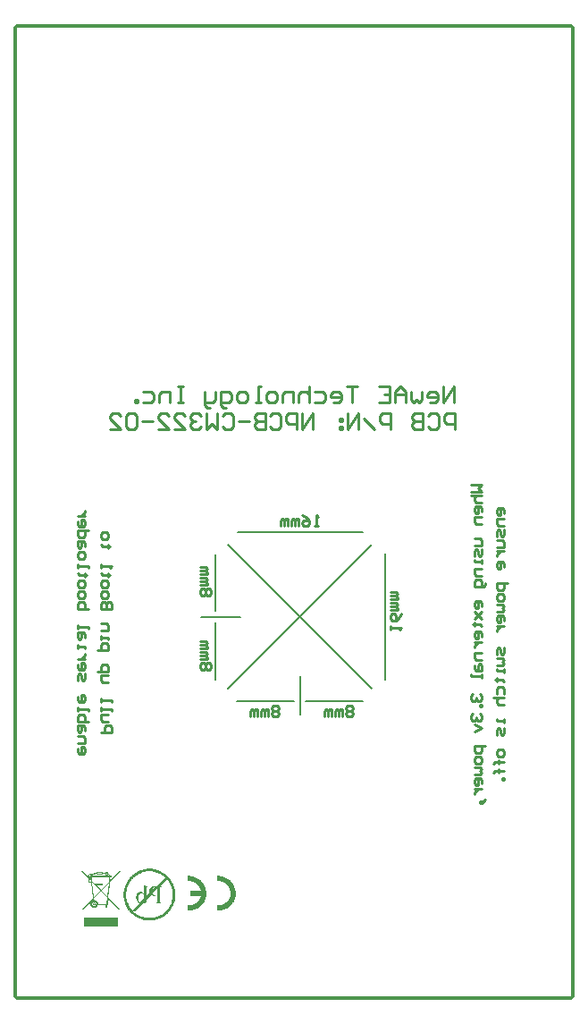
<source format=gbo>
G04*
G04 #@! TF.GenerationSoftware,Altium Limited,Altium Designer,18.1.7 (191)*
G04*
G04 Layer_Color=32896*
%FSLAX25Y25*%
%MOIN*%
G70*
G01*
G75*
%ADD10C,0.00787*%
%ADD16C,0.01000*%
%ADD21C,0.01200*%
G36*
X149706Y147620D02*
X150076Y147597D01*
X150435Y147563D01*
X150782Y147505D01*
X151129Y147447D01*
X151453Y147366D01*
X152101Y147192D01*
X152702Y146972D01*
X153269Y146729D01*
X153790Y146475D01*
X154033Y146348D01*
X154264Y146209D01*
X154484Y146081D01*
X154692Y145943D01*
X154889Y145815D01*
X155074Y145688D01*
X155248Y145561D01*
X155410Y145445D01*
X155549Y145329D01*
X155676Y145225D01*
X155791Y145133D01*
X155896Y145052D01*
X155988Y144971D01*
X156058Y144913D01*
X156115Y144855D01*
X156150Y144820D01*
X156173Y144797D01*
X156185Y144786D01*
X156439Y144520D01*
X156682Y144242D01*
X156902Y143964D01*
X157122Y143675D01*
X157307Y143386D01*
X157492Y143108D01*
X157666Y142807D01*
X157816Y142518D01*
X157955Y142229D01*
X158094Y141939D01*
X158314Y141373D01*
X158510Y140829D01*
X158649Y140308D01*
X158776Y139811D01*
X158823Y139579D01*
X158858Y139359D01*
X158892Y139163D01*
X158927Y138966D01*
X158950Y138781D01*
X158962Y138619D01*
X158973Y138469D01*
X158985Y138341D01*
X158996Y138225D01*
Y138121D01*
X159008Y138052D01*
Y137994D01*
Y137959D01*
Y137948D01*
X158996Y137578D01*
X158973Y137207D01*
X158939Y136849D01*
X158881Y136502D01*
X158823Y136154D01*
X158742Y135830D01*
X158568Y135183D01*
X158348Y134581D01*
X158117Y134014D01*
X157862Y133493D01*
X157724Y133250D01*
X157596Y133019D01*
X157469Y132799D01*
X157330Y132591D01*
X157203Y132394D01*
X157076Y132209D01*
X156960Y132036D01*
X156844Y131874D01*
X156729Y131735D01*
X156624Y131607D01*
X156532Y131492D01*
X156439Y131388D01*
X156370Y131295D01*
X156300Y131226D01*
X156254Y131168D01*
X156219Y131133D01*
X156196Y131110D01*
X156185Y131098D01*
X155919Y130844D01*
X155641Y130601D01*
X155363Y130369D01*
X155074Y130161D01*
X154785Y129964D01*
X154496Y129779D01*
X154206Y129617D01*
X153917Y129455D01*
X153628Y129317D01*
X153339Y129189D01*
X152772Y128958D01*
X152216Y128773D01*
X151696Y128622D01*
X151210Y128507D01*
X150978Y128449D01*
X150759Y128414D01*
X150550Y128379D01*
X150354Y128356D01*
X150168Y128322D01*
X150006Y128310D01*
X149856Y128298D01*
X149729Y128287D01*
X149613Y128275D01*
X149509D01*
X149440Y128264D01*
X149335D01*
X148965Y128275D01*
X148595Y128298D01*
X148236Y128333D01*
X147889Y128391D01*
X147554Y128449D01*
X147218Y128530D01*
X146582Y128703D01*
X145980Y128923D01*
X145413Y129166D01*
X144893Y129421D01*
X144650Y129548D01*
X144418Y129687D01*
X144198Y129814D01*
X143990Y129941D01*
X143793Y130080D01*
X143608Y130208D01*
X143435Y130323D01*
X143273Y130439D01*
X143134Y130555D01*
X143007Y130659D01*
X142891Y130751D01*
X142787Y130832D01*
X142694Y130913D01*
X142625Y130983D01*
X142567Y131029D01*
X142532Y131064D01*
X142509Y131087D01*
X142498Y131098D01*
X142243Y131365D01*
X142000Y131642D01*
X141769Y131920D01*
X141560Y132209D01*
X141364Y132498D01*
X141179Y132788D01*
X141005Y133077D01*
X140855Y133366D01*
X140704Y133655D01*
X140577Y133945D01*
X140346Y134511D01*
X140160Y135067D01*
X140010Y135588D01*
X139894Y136074D01*
X139836Y136305D01*
X139802Y136525D01*
X139767Y136733D01*
X139732Y136930D01*
X139709Y137115D01*
X139698Y137277D01*
X139686Y137427D01*
X139674Y137554D01*
X139663Y137670D01*
X139651Y137774D01*
Y137844D01*
Y137901D01*
Y137936D01*
Y137948D01*
X139663Y138318D01*
X139686Y138688D01*
X139721Y139047D01*
X139778Y139394D01*
X139836Y139730D01*
X139917Y140065D01*
X140091Y140701D01*
X140311Y141303D01*
X140554Y141870D01*
X140808Y142391D01*
X140936Y142634D01*
X141074Y142865D01*
X141202Y143085D01*
X141340Y143293D01*
X141468Y143490D01*
X141595Y143675D01*
X141722Y143849D01*
X141838Y144010D01*
X141954Y144149D01*
X142058Y144277D01*
X142150Y144392D01*
X142231Y144496D01*
X142312Y144589D01*
X142370Y144658D01*
X142428Y144716D01*
X142463Y144751D01*
X142486Y144774D01*
X142498Y144786D01*
X142764Y145040D01*
X143041Y145283D01*
X143319Y145515D01*
X143608Y145723D01*
X143897Y145920D01*
X144175Y146105D01*
X144476Y146278D01*
X144765Y146429D01*
X145054Y146579D01*
X145344Y146706D01*
X145911Y146938D01*
X146454Y147123D01*
X146975Y147273D01*
X147473Y147389D01*
X147704Y147447D01*
X147924Y147482D01*
X148120Y147516D01*
X148317Y147551D01*
X148502Y147574D01*
X148664Y147586D01*
X148815Y147597D01*
X148942Y147609D01*
X149058Y147620D01*
X149162Y147632D01*
X149335D01*
X149706Y147620D01*
D02*
G37*
G36*
X138508Y146769D02*
X134586Y142685D01*
X134470Y141586D01*
X134227Y138913D01*
X134030Y136993D01*
X138230Y132677D01*
X137941Y132399D01*
X133996Y136449D01*
X133764Y133961D01*
X133637D01*
Y133012D01*
X132758D01*
Y133961D01*
X130039D01*
X129935Y133776D01*
X129807Y133591D01*
X129611Y133383D01*
X129356Y133209D01*
X129067Y133116D01*
X128789Y133082D01*
X128500Y133093D01*
X128292Y133151D01*
X128049Y133255D01*
X127840Y133383D01*
X127678Y133545D01*
X127516Y133776D01*
X127401Y134030D01*
X127331Y134274D01*
X127308Y134470D01*
X127331Y134713D01*
X127366Y134898D01*
X127435Y135072D01*
X127540Y135268D01*
X127655Y135431D01*
X127817Y135581D01*
X127991Y135697D01*
X128153Y135778D01*
X128130Y135986D01*
X124670Y132399D01*
X124381Y132688D01*
X128095Y136530D01*
X127794Y139885D01*
X127586Y142315D01*
X126475D01*
Y143877D01*
X126764D01*
X123953Y146769D01*
X124242Y147047D01*
X126892Y144316D01*
Y144513D01*
X126834Y144559D01*
X126764Y144606D01*
X126695Y144675D01*
X126626Y144756D01*
X126591Y144860D01*
X126556Y144953D01*
X126544Y145068D01*
X126568Y145219D01*
X126602Y145300D01*
X126707Y145462D01*
X126822Y145566D01*
X126973Y145635D01*
X127135Y145658D01*
X127297Y145635D01*
X127435Y145577D01*
X127551Y145508D01*
X127609Y145439D01*
X127713Y145531D01*
X127887Y145647D01*
X128095Y145751D01*
X128396Y145867D01*
X128720Y145959D01*
X129044Y146029D01*
X129391Y146087D01*
X129668Y146121D01*
Y146468D01*
X131890D01*
Y146168D01*
X132063D01*
X132353Y146133D01*
X132653Y146098D01*
X132943Y146052D01*
Y146237D01*
X133903D01*
Y145786D01*
X134019Y145728D01*
X134169Y145658D01*
X134343Y145554D01*
X134482Y145462D01*
X134609Y145346D01*
X134701Y145265D01*
X134759Y145184D01*
X134806Y145091D01*
X134782Y144930D01*
X135338D01*
Y144224D01*
X134724D01*
X134632Y143310D01*
X138219Y147047D01*
X138508Y146769D01*
D02*
G37*
G36*
X137663Y129194D02*
Y129136D01*
Y129055D01*
Y128974D01*
Y128882D01*
Y128801D01*
Y128743D01*
Y128732D01*
Y128720D01*
Y128338D01*
Y128153D01*
Y127979D01*
Y127841D01*
Y127725D01*
Y127679D01*
Y127644D01*
Y127632D01*
Y127621D01*
Y127401D01*
Y127204D01*
Y127019D01*
Y126857D01*
Y126718D01*
Y126626D01*
Y126556D01*
Y126545D01*
Y126533D01*
Y126371D01*
Y126256D01*
Y126163D01*
Y126105D01*
Y126070D01*
Y126059D01*
Y126047D01*
X125017D01*
Y126070D01*
Y126128D01*
Y126198D01*
Y126290D01*
Y126383D01*
Y126452D01*
Y126510D01*
Y126533D01*
Y126915D01*
Y127100D01*
Y127262D01*
Y127412D01*
Y127517D01*
Y127563D01*
Y127598D01*
Y127609D01*
Y127621D01*
Y127841D01*
Y128049D01*
Y128234D01*
Y128396D01*
Y128535D01*
Y128639D01*
Y128697D01*
Y128720D01*
Y128813D01*
Y128882D01*
Y129009D01*
Y129102D01*
Y129160D01*
Y129194D01*
Y129206D01*
Y129217D01*
X137663D01*
Y129194D01*
D02*
G37*
G36*
X175549Y144925D02*
X176024Y144867D01*
X176475Y144774D01*
X176903Y144647D01*
X177308Y144508D01*
X177678Y144346D01*
X178037Y144173D01*
X178349Y143999D01*
X178639Y143825D01*
X178893Y143652D01*
X179113Y143490D01*
X179298Y143351D01*
X179437Y143224D01*
X179541Y143131D01*
X179610Y143073D01*
X179633Y143050D01*
X179969Y142692D01*
X180258Y142310D01*
X180513Y141928D01*
X180721Y141546D01*
X180906Y141153D01*
X181057Y140783D01*
X181184Y140412D01*
X181288Y140065D01*
X181358Y139741D01*
X181415Y139441D01*
X181462Y139174D01*
X181485Y138943D01*
X181496Y138839D01*
X181508Y138746D01*
Y138677D01*
X181519Y138607D01*
Y138561D01*
Y138526D01*
Y138503D01*
Y138492D01*
X181496Y138006D01*
X181439Y137531D01*
X181346Y137080D01*
X181219Y136652D01*
X181080Y136247D01*
X180918Y135877D01*
X180756Y135530D01*
X180571Y135206D01*
X180397Y134928D01*
X180235Y134674D01*
X180073Y134454D01*
X179923Y134269D01*
X179807Y134130D01*
X179715Y134014D01*
X179657Y133956D01*
X179633Y133933D01*
X179275Y133598D01*
X178893Y133308D01*
X178511Y133054D01*
X178118Y132846D01*
X177736Y132660D01*
X177354Y132510D01*
X176984Y132383D01*
X176637Y132279D01*
X176313Y132209D01*
X176012Y132151D01*
X175746Y132105D01*
X175515Y132082D01*
X175410Y132070D01*
X175318Y132059D01*
X175249D01*
X175179Y132047D01*
X174820D01*
X174716Y132059D01*
X174531D01*
X174473Y132070D01*
X174416D01*
Y134026D01*
X174635Y134003D01*
X174751Y133991D01*
X174844D01*
X174936Y133979D01*
X175063D01*
X175410Y133991D01*
X175734Y134037D01*
X176047Y134107D01*
X176348Y134188D01*
X176625Y134280D01*
X176892Y134396D01*
X177134Y134512D01*
X177354Y134639D01*
X177562Y134766D01*
X177736Y134882D01*
X177886Y134998D01*
X178014Y135090D01*
X178118Y135183D01*
X178199Y135241D01*
X178245Y135287D01*
X178257Y135298D01*
X178488Y135553D01*
X178696Y135819D01*
X178870Y136085D01*
X179020Y136363D01*
X179148Y136629D01*
X179252Y136895D01*
X179344Y137150D01*
X179414Y137393D01*
X179460Y137624D01*
X179506Y137832D01*
X179529Y138017D01*
X179552Y138179D01*
X179564Y138307D01*
X179576Y138411D01*
Y138469D01*
Y138492D01*
X179564Y138839D01*
X179518Y139163D01*
X179448Y139487D01*
X179367Y139788D01*
X179275Y140065D01*
X179159Y140331D01*
X179043Y140574D01*
X178916Y140794D01*
X178789Y140991D01*
X178673Y141164D01*
X178558Y141326D01*
X178465Y141454D01*
X178372Y141546D01*
X178315Y141627D01*
X178268Y141674D01*
X178257Y141685D01*
X178002Y141917D01*
X177736Y142125D01*
X177470Y142298D01*
X177192Y142460D01*
X176926Y142587D01*
X176660Y142692D01*
X176406Y142784D01*
X176163Y142854D01*
X175931Y142900D01*
X175723Y142946D01*
X175538Y142981D01*
X175376Y142992D01*
X175249Y143004D01*
X175144Y143016D01*
X175063D01*
X174820Y143004D01*
X174716D01*
X174612Y142992D01*
X174531Y142981D01*
X174473D01*
X174427Y142969D01*
X174416D01*
Y144913D01*
X174635Y144936D01*
X174739D01*
X174844Y144948D01*
X175063D01*
X175549Y144925D01*
D02*
G37*
G36*
X164581D02*
X165055Y144867D01*
X165507Y144774D01*
X165935Y144647D01*
X166340Y144508D01*
X166710Y144346D01*
X167057Y144173D01*
X167381Y143999D01*
X167659Y143825D01*
X167913Y143652D01*
X168133Y143490D01*
X168318Y143351D01*
X168457Y143224D01*
X168573Y143131D01*
X168631Y143073D01*
X168654Y143050D01*
X168989Y142692D01*
X169278Y142310D01*
X169533Y141928D01*
X169741Y141546D01*
X169926Y141153D01*
X170077Y140783D01*
X170204Y140412D01*
X170308Y140065D01*
X170378Y139741D01*
X170435Y139441D01*
X170482Y139174D01*
X170505Y138943D01*
X170516Y138839D01*
X170528Y138746D01*
Y138677D01*
X170539Y138607D01*
Y138561D01*
Y138526D01*
Y138503D01*
Y138492D01*
X170516Y138006D01*
X170458Y137531D01*
X170366Y137080D01*
X170239Y136652D01*
X170100Y136247D01*
X169938Y135877D01*
X169776Y135530D01*
X169591Y135206D01*
X169417Y134928D01*
X169255Y134674D01*
X169093Y134454D01*
X168943Y134269D01*
X168827Y134130D01*
X168735Y134014D01*
X168677Y133956D01*
X168654Y133933D01*
X168295Y133598D01*
X167913Y133308D01*
X167531Y133054D01*
X167149Y132846D01*
X166756Y132660D01*
X166386Y132510D01*
X166016Y132383D01*
X165669Y132279D01*
X165345Y132209D01*
X165044Y132151D01*
X164778Y132105D01*
X164546Y132082D01*
X164442Y132070D01*
X164350Y132059D01*
X164280D01*
X164211Y132047D01*
X163852D01*
X163748Y132059D01*
X163563D01*
X163505Y132070D01*
X163447D01*
X163459Y134026D01*
X163679Y134003D01*
X163783Y133991D01*
X163887D01*
X163968Y133979D01*
X164095D01*
X164384Y133991D01*
X164673Y134026D01*
X164951Y134072D01*
X165206Y134130D01*
X165460Y134211D01*
X165692Y134292D01*
X165911Y134384D01*
X166108Y134477D01*
X166293Y134570D01*
X166455Y134662D01*
X166594Y134743D01*
X166710Y134824D01*
X166802Y134882D01*
X166872Y134928D01*
X166918Y134963D01*
X166930Y134975D01*
X167149Y135171D01*
X167358Y135368D01*
X167531Y135576D01*
X167693Y135796D01*
X167844Y136004D01*
X167971Y136224D01*
X168087Y136432D01*
X168179Y136629D01*
X168260Y136814D01*
X168330Y136988D01*
X168387Y137138D01*
X168434Y137277D01*
X168468Y137381D01*
X168492Y137462D01*
X168503Y137508D01*
Y137531D01*
X164731D01*
Y139464D01*
X168503D01*
X168434Y139753D01*
X168341Y140019D01*
X168237Y140285D01*
X168121Y140528D01*
X167994Y140748D01*
X167867Y140956D01*
X167728Y141153D01*
X167601Y141326D01*
X167473Y141488D01*
X167346Y141627D01*
X167242Y141743D01*
X167138Y141835D01*
X167057Y141917D01*
X166999Y141974D01*
X166953Y142009D01*
X166941Y142021D01*
X166698Y142194D01*
X166455Y142345D01*
X166212Y142483D01*
X165969Y142599D01*
X165726Y142692D01*
X165495Y142773D01*
X165264Y142842D01*
X165044Y142888D01*
X164847Y142935D01*
X164662Y142958D01*
X164500Y142981D01*
X164361Y143004D01*
X164245D01*
X164164Y143016D01*
X164095D01*
X163852Y143004D01*
X163748D01*
X163644Y142992D01*
X163563Y142981D01*
X163505D01*
X163459Y142969D01*
X163447D01*
Y144913D01*
X163586Y144925D01*
X163702Y144936D01*
X163817D01*
X163910Y144948D01*
X164095D01*
X164581Y144925D01*
D02*
G37*
%LPC*%
G36*
X155132Y144450D02*
X155126Y144444D01*
X155248Y144334D01*
X155491Y144103D01*
X155132Y144450D01*
D02*
G37*
G36*
X155491Y144103D02*
X155503Y144091D01*
X155502Y144091D01*
X155491Y144103D01*
D02*
G37*
G36*
X155503Y144091D02*
X155514Y144068D01*
X155549Y144034D01*
X155595Y143987D01*
X155653Y143918D01*
X155722Y143849D01*
X155803Y143756D01*
X155815Y143767D01*
X155503Y144091D01*
D02*
G37*
G36*
X149497Y146660D02*
X149335D01*
X149000Y146648D01*
X148676Y146637D01*
X148352Y146602D01*
X148039Y146556D01*
X147426Y146429D01*
X146848Y146267D01*
X146304Y146070D01*
X145807Y145850D01*
X145332Y145619D01*
X144904Y145387D01*
X144522Y145144D01*
X144337Y145029D01*
X144175Y144913D01*
X144025Y144797D01*
X143886Y144693D01*
X143747Y144600D01*
X143631Y144508D01*
X143527Y144415D01*
X143435Y144334D01*
X143365Y144277D01*
X143296Y144219D01*
X143249Y144161D01*
X143215Y144138D01*
X143192Y144115D01*
X143180Y144103D01*
X142949Y143860D01*
X142729Y143617D01*
X142521Y143363D01*
X142335Y143108D01*
X142162Y142853D01*
X142000Y142587D01*
X141838Y142333D01*
X141699Y142067D01*
X141456Y141546D01*
X141248Y141037D01*
X141074Y140540D01*
X140947Y140077D01*
X140831Y139626D01*
X140762Y139220D01*
X140727Y139035D01*
X140704Y138862D01*
X140681Y138700D01*
X140658Y138549D01*
X140646Y138422D01*
X140635Y138295D01*
Y138191D01*
X140623Y138110D01*
Y138040D01*
Y137994D01*
Y137959D01*
Y137948D01*
X140635Y137612D01*
X140646Y137288D01*
X140681Y136964D01*
X140727Y136652D01*
X140855Y136039D01*
X141016Y135460D01*
X141213Y134916D01*
X141433Y134407D01*
X141665Y133945D01*
X141896Y133517D01*
X142139Y133123D01*
X142254Y132950D01*
X142370Y132776D01*
X142486Y132626D01*
X142590Y132487D01*
X142683Y132360D01*
X142775Y132232D01*
X142841Y132159D01*
X145517Y134836D01*
X145378Y134928D01*
X145251Y135021D01*
X145205Y135067D01*
X145170Y135102D01*
X145147Y135113D01*
X145135Y135125D01*
X144997Y135264D01*
X144881Y135402D01*
X144777Y135553D01*
X144696Y135715D01*
X144615Y135865D01*
X144557Y136016D01*
X144464Y136316D01*
X144430Y136455D01*
X144406Y136571D01*
X144395Y136687D01*
X144383Y136791D01*
X144372Y136860D01*
Y136930D01*
Y136964D01*
Y136976D01*
Y137161D01*
X144395Y137335D01*
X144453Y137635D01*
X144534Y137913D01*
X144569Y138029D01*
X144615Y138133D01*
X144661Y138225D01*
X144707Y138306D01*
X144754Y138376D01*
X144788Y138434D01*
X144823Y138480D01*
X144846Y138515D01*
X144858Y138526D01*
X144869Y138538D01*
X144962Y138642D01*
X145066Y138735D01*
X145159Y138804D01*
X145263Y138873D01*
X145459Y138978D01*
X145633Y139047D01*
X145795Y139082D01*
X145911Y139105D01*
X145957Y139116D01*
X146026D01*
X146165Y139105D01*
X146292Y139082D01*
X146420Y139035D01*
X146547Y138978D01*
X146778Y138839D01*
X146987Y138677D01*
X147149Y138515D01*
X147218Y138445D01*
X147276Y138376D01*
X147322Y138318D01*
X147357Y138272D01*
X147380Y138249D01*
X147392Y138237D01*
Y141373D01*
X147600D01*
X148896Y140840D01*
X148826Y140678D01*
X148699Y140725D01*
X148595Y140736D01*
X148526Y140748D01*
X148502D01*
X148421Y140736D01*
X148363Y140725D01*
X148317Y140701D01*
X148306Y140690D01*
X148259Y140621D01*
X148225Y140551D01*
X148213Y140482D01*
X148202Y140470D01*
Y140459D01*
X148190Y140424D01*
Y140366D01*
X148178Y140250D01*
Y140100D01*
X148167Y139938D01*
Y139799D01*
Y139672D01*
Y139626D01*
Y139591D01*
Y139568D01*
Y139556D01*
Y137485D01*
X149312Y138642D01*
X149254Y138862D01*
X149231Y138978D01*
X149220Y139070D01*
X149208Y139163D01*
Y139232D01*
Y139278D01*
Y139290D01*
X149220Y139498D01*
X149266Y139683D01*
X149312Y139857D01*
X149382Y139996D01*
X149440Y140123D01*
X149497Y140204D01*
X149544Y140262D01*
X149555Y140285D01*
X149694Y140435D01*
X149833Y140563D01*
X149972Y140667D01*
X150099Y140748D01*
X150215Y140806D01*
X150307Y140852D01*
X150365Y140875D01*
X150388Y140887D01*
X150596Y140944D01*
X150816Y140991D01*
X151036Y141014D01*
X151256Y141037D01*
X151453Y141049D01*
X151534Y141060D01*
X151742D01*
X155126Y144444D01*
X155005Y144554D01*
X154750Y144763D01*
X154496Y144948D01*
X154229Y145121D01*
X153975Y145283D01*
X153709Y145445D01*
X153454Y145584D01*
X152934Y145827D01*
X152425Y146035D01*
X151927Y146209D01*
X151453Y146336D01*
X151013Y146452D01*
X150608Y146521D01*
X150423Y146556D01*
X150249Y146579D01*
X150087Y146602D01*
X149937Y146625D01*
X149798Y146637D01*
X149682Y146648D01*
X149578D01*
X149497Y146660D01*
D02*
G37*
G36*
X151325Y140644D02*
X151187Y140597D01*
X151059Y140551D01*
X151013Y140528D01*
X150978Y140516D01*
X150955Y140493D01*
X150944D01*
X150839Y140424D01*
X150735Y140343D01*
X150654Y140250D01*
X150585Y140169D01*
X150527Y140088D01*
X150492Y140019D01*
X150469Y139973D01*
X150458Y139961D01*
X150400Y139834D01*
X150365Y139753D01*
X150354Y139695D01*
X150342Y139672D01*
X151325Y140644D01*
D02*
G37*
G36*
X152274Y140216D02*
X150481Y138434D01*
X150539Y138341D01*
X150596Y138272D01*
X150631Y138225D01*
X150643Y138214D01*
X150782Y138087D01*
X150932Y137982D01*
X151071Y137913D01*
X151198Y137867D01*
X151314Y137844D01*
X151406Y137832D01*
X151464Y137820D01*
X151487D01*
X151592Y137832D01*
X151707Y137844D01*
X151753D01*
X151788Y137855D01*
X151823D01*
X151973Y137867D01*
X152124Y137890D01*
X152182Y137901D01*
X152228Y137913D01*
X152263Y137925D01*
X152274D01*
Y140216D01*
D02*
G37*
G36*
X146489Y138434D02*
X146397D01*
X146223Y138411D01*
X146073Y138364D01*
X145934Y138295D01*
X145807Y138214D01*
X145702Y138133D01*
X145633Y138064D01*
X145575Y138017D01*
X145563Y137994D01*
X145436Y137809D01*
X145344Y137601D01*
X145274Y137392D01*
X145228Y137184D01*
X145205Y136999D01*
X145193Y136918D01*
X145182Y136849D01*
Y136791D01*
Y136744D01*
Y136721D01*
Y136710D01*
X145193Y136397D01*
X145240Y136120D01*
X145297Y135877D01*
X145367Y135692D01*
X145448Y135541D01*
X145506Y135437D01*
X145552Y135368D01*
X145563Y135345D01*
X145633Y135240D01*
X145702Y135171D01*
X145760Y135113D01*
X145772Y135102D01*
X145783D01*
X147392Y136698D01*
Y137936D01*
X147276Y138040D01*
X147183Y138121D01*
X147091Y138179D01*
X147021Y138237D01*
X146964Y138272D01*
X146929Y138295D01*
X146906Y138318D01*
X146894D01*
X146709Y138388D01*
X146628Y138411D01*
X146547Y138422D01*
X146489Y138434D01*
D02*
G37*
G36*
X155803Y143756D02*
X153107Y141060D01*
X154091D01*
Y140887D01*
X153848D01*
X153720Y140875D01*
X153616Y140852D01*
X153512Y140817D01*
X153443Y140782D01*
X153385Y140748D01*
X153339Y140713D01*
X153315Y140690D01*
X153304Y140678D01*
X153258Y140609D01*
X153234Y140505D01*
X153211Y140377D01*
X153188Y140250D01*
Y140123D01*
X153177Y140030D01*
Y139949D01*
Y139938D01*
Y139926D01*
Y135796D01*
Y135611D01*
X153188Y135449D01*
X153200Y135333D01*
X153223Y135240D01*
X153234Y135171D01*
X153258Y135125D01*
X153269Y135102D01*
Y135090D01*
X153350Y135009D01*
X153443Y134940D01*
X153535Y134893D01*
X153628Y134870D01*
X153709Y134847D01*
X153778Y134836D01*
X154091D01*
Y134650D01*
X151348D01*
Y134836D01*
X151592D01*
X151719Y134847D01*
X151823Y134870D01*
X151916Y134893D01*
X151997Y134940D01*
X152054Y134974D01*
X152101Y134997D01*
X152124Y135021D01*
X152135Y135032D01*
X152182Y135113D01*
X152216Y135217D01*
X152239Y135345D01*
X152251Y135472D01*
X152263Y135599D01*
X152274Y135703D01*
Y135773D01*
Y135784D01*
Y135796D01*
Y137647D01*
X152147Y137624D01*
X152031Y137601D01*
X151939Y137589D01*
X151858Y137578D01*
X151788Y137566D01*
X151742Y137554D01*
X151696D01*
X151499Y137531D01*
X151406D01*
X151337Y137520D01*
X151187D01*
X150909Y137531D01*
X150654Y137578D01*
X150435Y137635D01*
X150249Y137693D01*
X150110Y137763D01*
X150006Y137809D01*
X149937Y137855D01*
X149914Y137867D01*
X148167Y136120D01*
Y135067D01*
X148016Y134974D01*
X147866Y134893D01*
X147739Y134824D01*
X147611Y134766D01*
X147519Y134720D01*
X147438Y134685D01*
X147380Y134674D01*
X147369Y134662D01*
X147230Y134616D01*
X147102Y134581D01*
X146964Y134558D01*
X146848Y134546D01*
X146755Y134535D01*
X146674Y134523D01*
X146570D01*
X143516Y131469D01*
X143169Y131793D01*
X143142Y131821D01*
X143145Y131816D01*
X143169Y131793D01*
X143180Y131781D01*
X143423Y131550D01*
X143666Y131330D01*
X143921Y131133D01*
X144175Y130936D01*
X144430Y130763D01*
X144696Y130601D01*
X144950Y130450D01*
X145216Y130312D01*
X145737Y130069D01*
X146246Y129860D01*
X146744Y129687D01*
X147206Y129560D01*
X147658Y129444D01*
X148063Y129374D01*
X148248Y129340D01*
X148421Y129317D01*
X148583Y129293D01*
X148734Y129270D01*
X148861Y129259D01*
X148988Y129247D01*
X149092D01*
X149173Y129236D01*
X149335D01*
X149671Y129247D01*
X149995Y129270D01*
X150319Y129293D01*
X150631Y129340D01*
X151244Y129467D01*
X151811Y129629D01*
X152355Y129826D01*
X152864Y130045D01*
X153339Y130277D01*
X153767Y130508D01*
X154148Y130751D01*
X154322Y130867D01*
X154496Y130971D01*
X154646Y131087D01*
X154785Y131191D01*
X154912Y131295D01*
X155039Y131388D01*
X155143Y131469D01*
X155236Y131550D01*
X155306Y131619D01*
X155375Y131677D01*
X155421Y131723D01*
X155456Y131758D01*
X155479Y131769D01*
X155491Y131781D01*
X155722Y132024D01*
X155942Y132267D01*
X156139Y132521D01*
X156335Y132776D01*
X156509Y133042D01*
X156671Y133297D01*
X156833Y133563D01*
X156972Y133829D01*
X157214Y134350D01*
X157423Y134859D01*
X157596Y135356D01*
X157724Y135819D01*
X157828Y136270D01*
X157909Y136675D01*
X157943Y136860D01*
X157967Y137034D01*
X157990Y137196D01*
X158013Y137346D01*
X158024Y137473D01*
X158036Y137601D01*
Y137705D01*
X158048Y137786D01*
Y137855D01*
Y137901D01*
Y137936D01*
Y137948D01*
X158036Y138283D01*
X158013Y138607D01*
X157990Y138931D01*
X157932Y139244D01*
X157816Y139857D01*
X157643Y140435D01*
X157457Y140979D01*
X157238Y141477D01*
X157006Y141951D01*
X156763Y142379D01*
X156532Y142761D01*
X156416Y142946D01*
X156300Y143108D01*
X156185Y143258D01*
X156081Y143397D01*
X155988Y143536D01*
X155884Y143652D01*
X155803Y143756D01*
D02*
G37*
G36*
X142841Y132159D02*
X142833Y132151D01*
X143010Y131962D01*
X143064Y131897D01*
X143091Y131875D01*
X143142Y131821D01*
X143122Y131850D01*
X143091Y131875D01*
X143010Y131962D01*
X143007Y131966D01*
X142949Y132036D01*
X142868Y132128D01*
X142841Y132159D01*
D02*
G37*
G36*
X131473Y146075D02*
X130062D01*
Y145844D01*
X131473D01*
Y146075D01*
D02*
G37*
G36*
X131890Y145751D02*
Y145439D01*
X129668D01*
Y145705D01*
X129206Y145635D01*
X128789Y145531D01*
X128442Y145439D01*
X128164Y145311D01*
X127945Y145184D01*
X127782Y145034D01*
Y144930D01*
X132943D01*
Y145612D01*
X132630Y145670D01*
X132283Y145716D01*
X131890Y145751D01*
D02*
G37*
G36*
X133510Y145844D02*
X133348D01*
Y145311D01*
X133498D01*
X133510Y145844D01*
D02*
G37*
G36*
X133903Y145323D02*
Y144930D01*
X134377D01*
X134389Y144999D01*
X134273Y145115D01*
X134123Y145219D01*
X133903Y145323D01*
D02*
G37*
G36*
X127192Y145253D02*
X127158D01*
X127088Y145242D01*
X127042Y145219D01*
X126996Y145196D01*
X126973Y145161D01*
X126950Y145091D01*
Y145068D01*
Y145057D01*
X126961Y144987D01*
X126984Y144941D01*
X127019Y144906D01*
X127054Y144883D01*
X127123Y144860D01*
X127158D01*
X127227Y144872D01*
X127273Y144895D01*
X127308Y144918D01*
X127331Y144964D01*
X127354Y145022D01*
Y145045D01*
Y145057D01*
X127343Y145126D01*
X127320Y145173D01*
X127297Y145207D01*
X127250Y145230D01*
X127192Y145253D01*
D02*
G37*
G36*
X127655Y143483D02*
X126880D01*
Y142720D01*
X127655D01*
Y143483D01*
D02*
G37*
G36*
X131531Y141736D02*
X129449D01*
Y141609D01*
X131531D01*
Y141736D01*
D02*
G37*
G36*
X134319Y144224D02*
X127840D01*
X127875Y143877D01*
X128049D01*
Y143136D01*
X129021Y142141D01*
X131936D01*
Y141216D01*
X129923D01*
X131265Y139827D01*
X134192Y142870D01*
X134319Y144224D01*
D02*
G37*
G36*
X134134Y142222D02*
X131543Y139538D01*
X133672Y137351D01*
X134134Y142222D01*
D02*
G37*
G36*
X128049Y142558D02*
Y142315D01*
X128002D01*
X128465Y136923D01*
X130987Y139538D01*
X129356Y141216D01*
X129021D01*
Y141551D01*
X128049Y142558D01*
D02*
G37*
G36*
X131265Y139249D02*
X128511Y136391D01*
X128558Y135893D01*
X128743Y135905D01*
X128951Y135893D01*
X129206Y135824D01*
X129449Y135697D01*
X129634Y135569D01*
X129807Y135396D01*
X129958Y135176D01*
X130085Y134898D01*
X130143Y134586D01*
X130131Y134378D01*
X133394D01*
X133625Y136819D01*
X131265Y139249D01*
D02*
G37*
G36*
X128801Y135199D02*
X128731D01*
X128604Y135188D01*
X128500Y135164D01*
X128407Y135130D01*
X128326Y135095D01*
X128257Y135037D01*
X128211Y134979D01*
X128118Y134852D01*
X128072Y134713D01*
X128049Y134609D01*
X128037Y134563D01*
Y134528D01*
Y134505D01*
Y134493D01*
X128049Y134366D01*
X128072Y134262D01*
X128106Y134169D01*
X128141Y134088D01*
X128199Y134030D01*
X128257Y133973D01*
X128384Y133892D01*
X128511Y133834D01*
X128627Y133811D01*
X128662Y133799D01*
X128731D01*
X128858Y133811D01*
X128963Y133834D01*
X129055Y133869D01*
X129136Y133903D01*
X129206Y133961D01*
X129263Y134019D01*
X129344Y134146D01*
X129402Y134274D01*
X129425Y134389D01*
X129437Y134424D01*
Y134459D01*
Y134482D01*
Y134493D01*
X129425Y134621D01*
X129402Y134725D01*
X129368Y134817D01*
X129321Y134898D01*
X129275Y134968D01*
X129217Y135026D01*
X129078Y135107D01*
X128951Y135164D01*
X128835Y135188D01*
X128801Y135199D01*
D02*
G37*
G36*
X133244Y133973D02*
X133151D01*
Y133406D01*
X133244D01*
Y133973D01*
D02*
G37*
%LPD*%
G36*
X128893Y134945D02*
X129009Y134898D01*
X129090Y134817D01*
X129148Y134736D01*
X129183Y134644D01*
X129194Y134563D01*
X129206Y134517D01*
Y134493D01*
X129183Y134343D01*
X129136Y134227D01*
X129055Y134146D01*
X128963Y134088D01*
X128882Y134054D01*
X128801Y134042D01*
X128754Y134030D01*
X128731D01*
X128581Y134054D01*
X128465Y134100D01*
X128384Y134181D01*
X128326Y134262D01*
X128292Y134343D01*
X128280Y134424D01*
X128268Y134470D01*
Y134493D01*
X128292Y134655D01*
X128338Y134771D01*
X128419Y134852D01*
X128500Y134910D01*
X128581Y134945D01*
X128662Y134956D01*
X128708Y134968D01*
X128731D01*
X128893Y134945D01*
D02*
G37*
%LPC*%
G36*
X128743Y134563D02*
X128731D01*
X128685Y134551D01*
X128673Y134528D01*
X128662Y134505D01*
Y134493D01*
X128673Y134459D01*
X128697Y134435D01*
X128720Y134424D01*
X128731D01*
X128766Y134435D01*
X128789Y134459D01*
X128801Y134482D01*
Y134493D01*
X128789Y134540D01*
X128766Y134551D01*
X128743Y134563D01*
D02*
G37*
%LPD*%
D10*
X237100Y218200D02*
Y264900D01*
X207500Y210000D02*
X228900D01*
X182000D02*
X203400D01*
X173800Y218200D02*
Y239500D01*
X182200Y273200D02*
X228800D01*
X173800Y243600D02*
Y264800D01*
X178504Y214696D02*
X232346Y268454D01*
X178604Y268404D02*
X232396Y214696D01*
X205500Y204900D02*
Y219500D01*
X168700Y241500D02*
X183300D01*
D16*
X269137Y290734D02*
X273136D01*
X271803Y289401D01*
X273136Y288068D01*
X269137D01*
Y286736D02*
X273136D01*
X271136D01*
X270470Y286069D01*
Y284736D01*
X271136Y284070D01*
X273136D01*
Y280737D02*
Y282070D01*
X272469Y282737D01*
X271136D01*
X270470Y282070D01*
Y280737D01*
X271136Y280071D01*
X271803D01*
Y282737D01*
X273136Y278738D02*
X270470D01*
Y276739D01*
X271136Y276072D01*
X273136D01*
X270470Y270741D02*
X272469D01*
X273136Y270074D01*
Y268075D01*
X270470D01*
X273136Y266742D02*
Y264743D01*
X272469Y264076D01*
X271803Y264743D01*
Y266075D01*
X271136Y266742D01*
X270470Y266075D01*
Y264076D01*
X273136Y262743D02*
Y261410D01*
Y262077D01*
X270470D01*
Y262743D01*
X273136Y259411D02*
X270470D01*
Y257412D01*
X271136Y256745D01*
X273136D01*
X274469Y254079D02*
Y253413D01*
X273802Y252747D01*
X270470D01*
Y254746D01*
X271136Y255412D01*
X272469D01*
X273136Y254746D01*
Y252747D01*
Y245415D02*
Y246748D01*
X272469Y247415D01*
X271136D01*
X270470Y246748D01*
Y245415D01*
X271136Y244749D01*
X271803D01*
Y247415D01*
X270470Y243416D02*
X273136Y240750D01*
X271803Y242083D01*
X270470Y240750D01*
X273136Y243416D01*
X269804Y238751D02*
X270470D01*
Y239417D01*
Y238085D01*
Y238751D01*
X272469D01*
X273136Y238085D01*
Y234086D02*
Y235419D01*
X272469Y236085D01*
X271136D01*
X270470Y235419D01*
Y234086D01*
X271136Y233419D01*
X271803D01*
Y236085D01*
X270470Y232086D02*
X273136D01*
X271803D01*
X271136Y231420D01*
X270470Y230753D01*
Y230087D01*
X273136Y228088D02*
X270470D01*
Y226088D01*
X271136Y225422D01*
X273136D01*
X270470Y223423D02*
Y222090D01*
X271136Y221423D01*
X273136D01*
Y223423D01*
X272469Y224089D01*
X271803Y223423D01*
Y221423D01*
X273136Y220090D02*
Y218757D01*
Y219424D01*
X269137D01*
Y220090D01*
X269804Y212759D02*
X269137Y212093D01*
Y210760D01*
X269804Y210094D01*
X270470D01*
X271136Y210760D01*
Y211426D01*
Y210760D01*
X271803Y210094D01*
X272469D01*
X273136Y210760D01*
Y212093D01*
X272469Y212759D01*
X273136Y208761D02*
X272469D01*
Y208094D01*
X273136D01*
Y208761D01*
X269804Y205428D02*
X269137Y204762D01*
Y203429D01*
X269804Y202763D01*
X270470D01*
X271136Y203429D01*
Y204096D01*
Y203429D01*
X271803Y202763D01*
X272469D01*
X273136Y203429D01*
Y204762D01*
X272469Y205428D01*
X270470Y201430D02*
X273136Y200097D01*
X270470Y198764D01*
X274469Y193432D02*
X270470D01*
Y191433D01*
X271136Y190767D01*
X272469D01*
X273136Y191433D01*
Y193432D01*
Y188767D02*
Y187434D01*
X272469Y186768D01*
X271136D01*
X270470Y187434D01*
Y188767D01*
X271136Y189434D01*
X272469D01*
X273136Y188767D01*
X270470Y185435D02*
X272469D01*
X273136Y184768D01*
X272469Y184102D01*
X273136Y183435D01*
X272469Y182769D01*
X270470D01*
X273136Y179437D02*
Y180770D01*
X272469Y181436D01*
X271136D01*
X270470Y180770D01*
Y179437D01*
X271136Y178770D01*
X271803D01*
Y181436D01*
X270470Y177437D02*
X273136D01*
X271803D01*
X271136Y176771D01*
X270470Y176104D01*
Y175438D01*
X273802Y172772D02*
X273136Y172106D01*
X272469D01*
Y172772D01*
X273136D01*
Y172106D01*
X273802Y172772D01*
X274469Y173439D01*
X281667Y280071D02*
Y281404D01*
X281001Y282070D01*
X279668D01*
X279001Y281404D01*
Y280071D01*
X279668Y279404D01*
X280334D01*
Y282070D01*
X281667Y278072D02*
X279001D01*
Y276072D01*
X279668Y275406D01*
X281667D01*
Y274073D02*
Y272074D01*
X281001Y271407D01*
X280334Y272074D01*
Y273407D01*
X279668Y274073D01*
X279001Y273407D01*
Y271407D01*
Y270074D02*
X281001D01*
X281667Y269408D01*
Y267408D01*
X279001D01*
Y266075D02*
X281667D01*
X280334D01*
X279668Y265409D01*
X279001Y264743D01*
Y264076D01*
X281667Y260077D02*
Y261410D01*
X281001Y262077D01*
X279668D01*
X279001Y261410D01*
Y260077D01*
X279668Y259411D01*
X280334D01*
Y262077D01*
X283000Y254079D02*
X279001D01*
Y252080D01*
X279668Y251414D01*
X281001D01*
X281667Y252080D01*
Y254079D01*
Y249414D02*
Y248081D01*
X281001Y247415D01*
X279668D01*
X279001Y248081D01*
Y249414D01*
X279668Y250081D01*
X281001D01*
X281667Y249414D01*
X279001Y246082D02*
X281001D01*
X281667Y245415D01*
X281001Y244749D01*
X281667Y244083D01*
X281001Y243416D01*
X279001D01*
X281667Y240084D02*
Y241417D01*
X281001Y242083D01*
X279668D01*
X279001Y241417D01*
Y240084D01*
X279668Y239417D01*
X280334D01*
Y242083D01*
X279001Y238085D02*
X281667D01*
X280334D01*
X279668Y237418D01*
X279001Y236752D01*
Y236085D01*
X281667Y230087D02*
Y228088D01*
X281001Y227421D01*
X280334Y228088D01*
Y229421D01*
X279668Y230087D01*
X279001Y229421D01*
Y227421D01*
Y226088D02*
X281001D01*
X281667Y225422D01*
X281001Y224756D01*
X281667Y224089D01*
X281001Y223423D01*
X279001D01*
X281667Y222090D02*
Y220757D01*
Y221423D01*
X279001D01*
Y222090D01*
X278335Y218091D02*
X279001D01*
Y218757D01*
Y217425D01*
Y218091D01*
X281001D01*
X281667Y217425D01*
X279001Y212759D02*
Y214759D01*
X279668Y215425D01*
X281001D01*
X281667Y214759D01*
Y212759D01*
X277668Y211426D02*
X281667D01*
X279668D01*
X279001Y210760D01*
Y209427D01*
X279668Y208761D01*
X281667D01*
Y203429D02*
Y202096D01*
Y202763D01*
X279001D01*
Y203429D01*
X281667Y200097D02*
Y198097D01*
X281001Y197431D01*
X280334Y198097D01*
Y199430D01*
X279668Y200097D01*
X279001Y199430D01*
Y197431D01*
X281667Y191433D02*
Y190100D01*
X281001Y189434D01*
X279668D01*
X279001Y190100D01*
Y191433D01*
X279668Y192099D01*
X281001D01*
X281667Y191433D01*
Y187434D02*
X278335D01*
X279668D01*
Y188101D01*
Y186768D01*
Y187434D01*
X278335D01*
X277668Y186768D01*
X281667Y184102D02*
X278335D01*
X279668D01*
Y184768D01*
Y183435D01*
Y184102D01*
X278335D01*
X277668Y183435D01*
X281667Y181436D02*
X281001D01*
Y180770D01*
X281667D01*
Y181436D01*
X131131Y198397D02*
X135130D01*
Y200397D01*
X134464Y201063D01*
X133131D01*
X132464Y200397D01*
Y198397D01*
X133797Y202396D02*
X131798D01*
X131131Y203063D01*
Y205062D01*
X133797D01*
X131131Y206395D02*
Y207728D01*
Y207061D01*
X135130D01*
Y206395D01*
X131131Y209727D02*
Y211060D01*
Y210394D01*
X135130D01*
Y209727D01*
X133797Y217058D02*
X131798D01*
X131131Y217724D01*
Y219724D01*
X133797D01*
X129798Y221057D02*
X133797D01*
Y223056D01*
X133131Y223723D01*
X131798D01*
X131131Y223056D01*
Y221057D01*
X129798Y229054D02*
X133797D01*
Y231053D01*
X133131Y231720D01*
X131798D01*
X131131Y231053D01*
Y229054D01*
Y233053D02*
Y234386D01*
Y233719D01*
X133797D01*
Y233053D01*
X131131Y236385D02*
X133797D01*
Y238385D01*
X133131Y239051D01*
X131131D01*
X135130Y244383D02*
X131131D01*
Y246382D01*
X131798Y247048D01*
X132464D01*
X133131Y246382D01*
Y244383D01*
Y246382D01*
X133797Y247048D01*
X134464D01*
X135130Y246382D01*
Y244383D01*
X131131Y249048D02*
Y250381D01*
X131798Y251047D01*
X133131D01*
X133797Y250381D01*
Y249048D01*
X133131Y248381D01*
X131798D01*
X131131Y249048D01*
Y253046D02*
Y254379D01*
X131798Y255046D01*
X133131D01*
X133797Y254379D01*
Y253046D01*
X133131Y252380D01*
X131798D01*
X131131Y253046D01*
X134464Y257045D02*
X133797D01*
Y256379D01*
Y257712D01*
Y257045D01*
X131798D01*
X131131Y257712D01*
Y259711D02*
Y261044D01*
Y260377D01*
X135130D01*
X134464Y259711D01*
Y267708D02*
X133797D01*
Y267042D01*
Y268375D01*
Y267708D01*
X131798D01*
X131131Y268375D01*
Y271041D02*
Y272374D01*
X131798Y273040D01*
X133131D01*
X133797Y272374D01*
Y271041D01*
X133131Y270374D01*
X131798D01*
X131131Y271041D01*
X122600Y192399D02*
Y191067D01*
X123266Y190400D01*
X124599D01*
X125266Y191067D01*
Y192399D01*
X124599Y193066D01*
X123933D01*
Y190400D01*
X122600Y194399D02*
X125266D01*
Y196398D01*
X124599Y197064D01*
X122600D01*
X125266Y199064D02*
Y200397D01*
X124599Y201063D01*
X122600D01*
Y199064D01*
X123266Y198397D01*
X123933Y199064D01*
Y201063D01*
X126599Y202396D02*
X122600D01*
Y204396D01*
X123266Y205062D01*
X123933D01*
X124599D01*
X125266Y204396D01*
Y202396D01*
X122600Y206395D02*
Y207728D01*
Y207061D01*
X126599D01*
Y206395D01*
X122600Y211726D02*
Y210394D01*
X123266Y209727D01*
X124599D01*
X125266Y210394D01*
Y211726D01*
X124599Y212393D01*
X123933D01*
Y209727D01*
X122600Y217724D02*
Y219724D01*
X123266Y220390D01*
X123933Y219724D01*
Y218391D01*
X124599Y217724D01*
X125266Y218391D01*
Y220390D01*
X122600Y223723D02*
Y222390D01*
X123266Y221723D01*
X124599D01*
X125266Y222390D01*
Y223723D01*
X124599Y224389D01*
X123933D01*
Y221723D01*
X125266Y225722D02*
X122600D01*
X123933D01*
X124599Y226388D01*
X125266Y227055D01*
Y227721D01*
X122600Y229721D02*
Y231053D01*
Y230387D01*
X125266D01*
Y229721D01*
Y233719D02*
Y235052D01*
X124599Y235719D01*
X122600D01*
Y233719D01*
X123266Y233053D01*
X123933Y233719D01*
Y235719D01*
X122600Y237052D02*
Y238385D01*
Y237718D01*
X126599D01*
Y237052D01*
Y244383D02*
X122600D01*
Y246382D01*
X123266Y247048D01*
X123933D01*
X124599D01*
X125266Y246382D01*
Y244383D01*
X122600Y249048D02*
Y250381D01*
X123266Y251047D01*
X124599D01*
X125266Y250381D01*
Y249048D01*
X124599Y248381D01*
X123266D01*
X122600Y249048D01*
Y253046D02*
Y254379D01*
X123266Y255046D01*
X124599D01*
X125266Y254379D01*
Y253046D01*
X124599Y252380D01*
X123266D01*
X122600Y253046D01*
X125932Y257045D02*
X125266D01*
Y256379D01*
Y257712D01*
Y257045D01*
X123266D01*
X122600Y257712D01*
Y259711D02*
Y261044D01*
Y260377D01*
X126599D01*
Y259711D01*
X122600Y263710D02*
Y265043D01*
X123266Y265709D01*
X124599D01*
X125266Y265043D01*
Y263710D01*
X124599Y263043D01*
X123266D01*
X122600Y263710D01*
X125266Y267708D02*
Y269041D01*
X124599Y269708D01*
X122600D01*
Y267708D01*
X123266Y267042D01*
X123933Y267708D01*
Y269708D01*
X126599Y273707D02*
X122600D01*
Y271707D01*
X123266Y271041D01*
X124599D01*
X125266Y271707D01*
Y273707D01*
X122600Y277039D02*
Y275706D01*
X123266Y275039D01*
X124599D01*
X125266Y275706D01*
Y277039D01*
X124599Y277705D01*
X123933D01*
Y275039D01*
X125266Y279038D02*
X122600D01*
X123933D01*
X124599Y279704D01*
X125266Y280371D01*
Y281037D01*
X263386Y311417D02*
Y317415D01*
X260387D01*
X259387Y316416D01*
Y314416D01*
X260387Y313417D01*
X263386D01*
X253389Y316416D02*
X254389Y317415D01*
X256388D01*
X257388Y316416D01*
Y312417D01*
X256388Y311417D01*
X254389D01*
X253389Y312417D01*
X251390Y317415D02*
Y311417D01*
X248391D01*
X247391Y312417D01*
Y313417D01*
X248391Y314416D01*
X251390D01*
X248391D01*
X247391Y315416D01*
Y316416D01*
X248391Y317415D01*
X251390D01*
X239394Y311417D02*
Y317415D01*
X236395D01*
X235395Y316416D01*
Y314416D01*
X236395Y313417D01*
X239394D01*
X233396Y311417D02*
X229397Y315416D01*
X227397Y311417D02*
Y317415D01*
X223399Y311417D01*
Y317415D01*
X221399Y315416D02*
X220400D01*
Y314416D01*
X221399D01*
Y315416D01*
Y312417D02*
X220400D01*
Y311417D01*
X221399D01*
Y312417D01*
X210403Y311417D02*
Y317415D01*
X206404Y311417D01*
Y317415D01*
X204405Y311417D02*
Y317415D01*
X201406D01*
X200406Y316416D01*
Y314416D01*
X201406Y313417D01*
X204405D01*
X194408Y316416D02*
X195408Y317415D01*
X197407D01*
X198407Y316416D01*
Y312417D01*
X197407Y311417D01*
X195408D01*
X194408Y312417D01*
X192409Y317415D02*
Y311417D01*
X189410D01*
X188410Y312417D01*
Y313417D01*
X189410Y314416D01*
X192409D01*
X189410D01*
X188410Y315416D01*
Y316416D01*
X189410Y317415D01*
X192409D01*
X186411Y314416D02*
X182412D01*
X176414Y316416D02*
X177414Y317415D01*
X179413D01*
X180413Y316416D01*
Y312417D01*
X179413Y311417D01*
X177414D01*
X176414Y312417D01*
X174415Y317415D02*
Y311417D01*
X172415Y313417D01*
X170416Y311417D01*
Y317415D01*
X168417Y316416D02*
X167417Y317415D01*
X165418D01*
X164418Y316416D01*
Y315416D01*
X165418Y314416D01*
X166417D01*
X165418D01*
X164418Y313417D01*
Y312417D01*
X165418Y311417D01*
X167417D01*
X168417Y312417D01*
X158420Y311417D02*
X162418D01*
X158420Y315416D01*
Y316416D01*
X159420Y317415D01*
X161419D01*
X162418Y316416D01*
X152422Y311417D02*
X156420D01*
X152422Y315416D01*
Y316416D01*
X153421Y317415D01*
X155421D01*
X156420Y316416D01*
X150422Y314416D02*
X146424D01*
X144424Y316416D02*
X143425Y317415D01*
X141425D01*
X140426Y316416D01*
Y312417D01*
X141425Y311417D01*
X143425D01*
X144424Y312417D01*
Y316416D01*
X134427Y311417D02*
X138426D01*
X134427Y315416D01*
Y316416D01*
X135427Y317415D01*
X137427D01*
X138426Y316416D01*
X262992Y321260D02*
Y327258D01*
X258993Y321260D01*
Y327258D01*
X253995Y321260D02*
X255994D01*
X256994Y322259D01*
Y324259D01*
X255994Y325259D01*
X253995D01*
X252995Y324259D01*
Y323259D01*
X256994D01*
X250996Y325259D02*
Y322259D01*
X249996Y321260D01*
X248997Y322259D01*
X247997Y321260D01*
X246997Y322259D01*
Y325259D01*
X244998Y321260D02*
Y325259D01*
X242999Y327258D01*
X240999Y325259D01*
Y321260D01*
Y324259D01*
X244998D01*
X235001Y327258D02*
X239000D01*
Y321260D01*
X235001D01*
X239000Y324259D02*
X237000D01*
X227004Y327258D02*
X223005D01*
X225004D01*
Y321260D01*
X218007D02*
X220006D01*
X221006Y322259D01*
Y324259D01*
X220006Y325259D01*
X218007D01*
X217007Y324259D01*
Y323259D01*
X221006D01*
X211009Y325259D02*
X214008D01*
X215008Y324259D01*
Y322259D01*
X214008Y321260D01*
X211009D01*
X209010Y327258D02*
Y321260D01*
Y324259D01*
X208010Y325259D01*
X206011D01*
X205011Y324259D01*
Y321260D01*
X203011D02*
Y325259D01*
X200012D01*
X199013Y324259D01*
Y321260D01*
X196014D02*
X194014D01*
X193015Y322259D01*
Y324259D01*
X194014Y325259D01*
X196014D01*
X197013Y324259D01*
Y322259D01*
X196014Y321260D01*
X191015D02*
X189016D01*
X190016D01*
Y327258D01*
X191015D01*
X185017Y321260D02*
X183018D01*
X182018Y322259D01*
Y324259D01*
X183018Y325259D01*
X185017D01*
X186017Y324259D01*
Y322259D01*
X185017Y321260D01*
X178020Y319261D02*
X177020D01*
X176020Y320260D01*
Y325259D01*
X179019D01*
X180019Y324259D01*
Y322259D01*
X179019Y321260D01*
X176020D01*
X174021Y325259D02*
Y322259D01*
X173021Y321260D01*
X170022D01*
Y320260D01*
X171022Y319261D01*
X172022D01*
X170022Y321260D02*
Y325259D01*
X162025Y327258D02*
X160025D01*
X161025D01*
Y321260D01*
X162025D01*
X160025D01*
X157026D02*
Y325259D01*
X154027D01*
X153028Y324259D01*
Y321260D01*
X147030Y325259D02*
X150029D01*
X151028Y324259D01*
Y322259D01*
X150029Y321260D01*
X147030D01*
X145030D02*
Y322259D01*
X144031D01*
Y321260D01*
X145030D01*
X212300Y275400D02*
X210967D01*
X211634D01*
Y279399D01*
X212300Y278732D01*
X206302Y279399D02*
X207635Y278732D01*
X208968Y277399D01*
Y276066D01*
X208301Y275400D01*
X206968D01*
X206302Y276066D01*
Y276733D01*
X206968Y277399D01*
X208968D01*
X204969Y275400D02*
Y278066D01*
X204303D01*
X203636Y277399D01*
Y275400D01*
Y277399D01*
X202970Y278066D01*
X202303Y277399D01*
Y275400D01*
X200970D02*
Y278066D01*
X200304D01*
X199637Y277399D01*
Y275400D01*
Y277399D01*
X198971Y278066D01*
X198304Y277399D01*
Y275400D01*
X239100Y236700D02*
Y238033D01*
Y237366D01*
X243099D01*
X242432Y236700D01*
X243099Y242698D02*
X242432Y241365D01*
X241099Y240032D01*
X239766D01*
X239100Y240699D01*
Y242032D01*
X239766Y242698D01*
X240433D01*
X241099Y242032D01*
Y240032D01*
X239100Y244031D02*
X241766D01*
Y244697D01*
X241099Y245364D01*
X239100D01*
X241099D01*
X241766Y246030D01*
X241099Y246697D01*
X239100D01*
Y248030D02*
X241766D01*
Y248696D01*
X241099Y249363D01*
X239100D01*
X241099D01*
X241766Y250029D01*
X241099Y250695D01*
X239100D01*
X225200Y207732D02*
X224534Y208399D01*
X223201D01*
X222534Y207732D01*
Y207066D01*
X223201Y206399D01*
X222534Y205733D01*
Y205066D01*
X223201Y204400D01*
X224534D01*
X225200Y205066D01*
Y205733D01*
X224534Y206399D01*
X225200Y207066D01*
Y207732D01*
X224534Y206399D02*
X223201D01*
X221201Y204400D02*
Y207066D01*
X220535D01*
X219868Y206399D01*
Y204400D01*
Y206399D01*
X219202Y207066D01*
X218535Y206399D01*
Y204400D01*
X217203D02*
Y207066D01*
X216536D01*
X215870Y206399D01*
Y204400D01*
Y206399D01*
X215203Y207066D01*
X214537Y206399D01*
Y204400D01*
X197600Y207632D02*
X196933Y208299D01*
X195601D01*
X194934Y207632D01*
Y206966D01*
X195601Y206299D01*
X194934Y205633D01*
Y204966D01*
X195601Y204300D01*
X196933D01*
X197600Y204966D01*
Y205633D01*
X196933Y206299D01*
X197600Y206966D01*
Y207632D01*
X196933Y206299D02*
X195601D01*
X193601Y204300D02*
Y206966D01*
X192935D01*
X192268Y206299D01*
Y204300D01*
Y206299D01*
X191602Y206966D01*
X190936Y206299D01*
Y204300D01*
X189603D02*
Y206966D01*
X188936D01*
X188270Y206299D01*
Y204300D01*
Y206299D01*
X187603Y206966D01*
X186937Y206299D01*
Y204300D01*
X171432Y249400D02*
X172099Y250066D01*
Y251399D01*
X171432Y252066D01*
X170766D01*
X170099Y251399D01*
X169433Y252066D01*
X168766D01*
X168100Y251399D01*
Y250066D01*
X168766Y249400D01*
X169433D01*
X170099Y250066D01*
X170766Y249400D01*
X171432D01*
X170099Y250066D02*
Y251399D01*
X168100Y253399D02*
X170766D01*
Y254065D01*
X170099Y254732D01*
X168100D01*
X170099D01*
X170766Y255398D01*
X170099Y256065D01*
X168100D01*
Y257397D02*
X170766D01*
Y258064D01*
X170099Y258730D01*
X168100D01*
X170099D01*
X170766Y259397D01*
X170099Y260063D01*
X168100D01*
X171532Y221800D02*
X172199Y222466D01*
Y223799D01*
X171532Y224466D01*
X170866D01*
X170199Y223799D01*
X169533Y224466D01*
X168867D01*
X168200Y223799D01*
Y222466D01*
X168867Y221800D01*
X169533D01*
X170199Y222466D01*
X170866Y221800D01*
X171532D01*
X170199Y222466D02*
Y223799D01*
X168200Y225799D02*
X170866D01*
Y226465D01*
X170199Y227132D01*
X168200D01*
X170199D01*
X170866Y227798D01*
X170199Y228465D01*
X168200D01*
Y229797D02*
X170866D01*
Y230464D01*
X170199Y231130D01*
X168200D01*
X170199D01*
X170866Y231797D01*
X170199Y232463D01*
X168200D01*
D21*
X100000Y461600D02*
G03*
X99400Y461000I0J-600D01*
G01*
X100000Y461600D02*
G03*
X99400Y461000I0J-600D01*
G01*
X307100D02*
G03*
X306500Y461600I-600J0D01*
G01*
X307100Y461000D02*
G03*
X306500Y461600I-600J0D01*
G01*
Y99400D02*
G03*
X307100Y100000I0J600D01*
G01*
X306500Y99400D02*
G03*
X307100Y100000I0J600D01*
G01*
X99400D02*
G03*
X100000Y99400I600J0D01*
G01*
X99400Y100000D02*
G03*
X100000Y99400I600J0D01*
G01*
X307100Y100000D02*
Y461000D01*
X100000Y461600D02*
X306500D01*
X100000Y99400D02*
X306500D01*
X99400Y100000D02*
Y461000D01*
M02*

</source>
